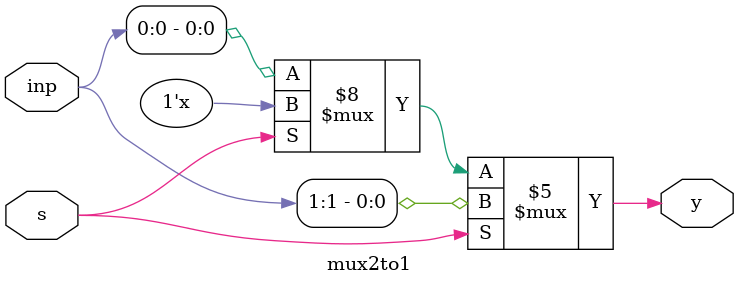
<source format=v>
module mux2to1(inp, s, y);
input [1:0]inp;
input s;
output reg y;
always@(inp,s)
 begin
	if(s==0)
		y = inp[0];
	if(s==1)
		y = inp[1];
 end
endmodule
</source>
